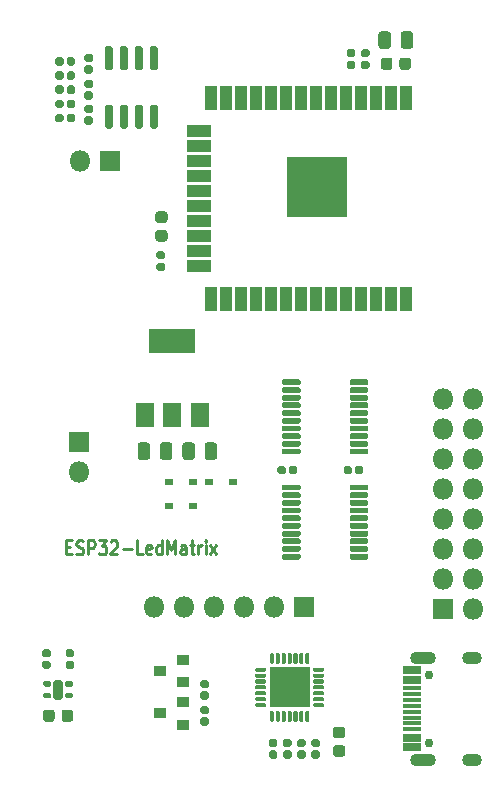
<source format=gbr>
%TF.GenerationSoftware,KiCad,Pcbnew,(5.1.6)-1*%
%TF.CreationDate,2020-11-13T23:46:34+08:00*%
%TF.ProjectId,matrix-clock,6d617472-6978-42d6-936c-6f636b2e6b69,rev?*%
%TF.SameCoordinates,Original*%
%TF.FileFunction,Soldermask,Top*%
%TF.FilePolarity,Negative*%
%FSLAX46Y46*%
G04 Gerber Fmt 4.6, Leading zero omitted, Abs format (unit mm)*
G04 Created by KiCad (PCBNEW (5.1.6)-1) date 2020-11-13 23:46:34*
%MOMM*%
%LPD*%
G01*
G04 APERTURE LIST*
%ADD10C,0.250000*%
%ADD11R,3.450000X3.450000*%
%ADD12R,1.600000X2.100000*%
%ADD13R,3.900000X2.100000*%
%ADD14R,1.000000X2.100000*%
%ADD15R,2.100000X1.000000*%
%ADD16R,5.100000X5.100000*%
%ADD17R,1.000000X0.900000*%
%ADD18O,1.800000X1.800000*%
%ADD19R,1.800000X1.800000*%
%ADD20R,1.550000X0.700000*%
%ADD21R,1.550000X0.400000*%
%ADD22O,2.200000X1.100000*%
%ADD23C,0.750000*%
%ADD24O,1.700000X1.100000*%
%ADD25R,0.700000X0.550000*%
G04 APERTURE END LIST*
D10*
X134490476Y-110314285D02*
X134823809Y-110314285D01*
X134966666Y-110942857D02*
X134490476Y-110942857D01*
X134490476Y-109742857D01*
X134966666Y-109742857D01*
X135347619Y-110885714D02*
X135490476Y-110942857D01*
X135728571Y-110942857D01*
X135823809Y-110885714D01*
X135871428Y-110828571D01*
X135919047Y-110714285D01*
X135919047Y-110600000D01*
X135871428Y-110485714D01*
X135823809Y-110428571D01*
X135728571Y-110371428D01*
X135538095Y-110314285D01*
X135442857Y-110257142D01*
X135395238Y-110200000D01*
X135347619Y-110085714D01*
X135347619Y-109971428D01*
X135395238Y-109857142D01*
X135442857Y-109800000D01*
X135538095Y-109742857D01*
X135776190Y-109742857D01*
X135919047Y-109800000D01*
X136347619Y-110942857D02*
X136347619Y-109742857D01*
X136728571Y-109742857D01*
X136823809Y-109800000D01*
X136871428Y-109857142D01*
X136919047Y-109971428D01*
X136919047Y-110142857D01*
X136871428Y-110257142D01*
X136823809Y-110314285D01*
X136728571Y-110371428D01*
X136347619Y-110371428D01*
X137252380Y-109742857D02*
X137871428Y-109742857D01*
X137538095Y-110200000D01*
X137680952Y-110200000D01*
X137776190Y-110257142D01*
X137823809Y-110314285D01*
X137871428Y-110428571D01*
X137871428Y-110714285D01*
X137823809Y-110828571D01*
X137776190Y-110885714D01*
X137680952Y-110942857D01*
X137395238Y-110942857D01*
X137300000Y-110885714D01*
X137252380Y-110828571D01*
X138252380Y-109857142D02*
X138300000Y-109800000D01*
X138395238Y-109742857D01*
X138633333Y-109742857D01*
X138728571Y-109800000D01*
X138776190Y-109857142D01*
X138823809Y-109971428D01*
X138823809Y-110085714D01*
X138776190Y-110257142D01*
X138204761Y-110942857D01*
X138823809Y-110942857D01*
X139252380Y-110485714D02*
X140014285Y-110485714D01*
X140966666Y-110942857D02*
X140490476Y-110942857D01*
X140490476Y-109742857D01*
X141680952Y-110885714D02*
X141585714Y-110942857D01*
X141395238Y-110942857D01*
X141300000Y-110885714D01*
X141252380Y-110771428D01*
X141252380Y-110314285D01*
X141300000Y-110200000D01*
X141395238Y-110142857D01*
X141585714Y-110142857D01*
X141680952Y-110200000D01*
X141728571Y-110314285D01*
X141728571Y-110428571D01*
X141252380Y-110542857D01*
X142585714Y-110942857D02*
X142585714Y-109742857D01*
X142585714Y-110885714D02*
X142490476Y-110942857D01*
X142300000Y-110942857D01*
X142204761Y-110885714D01*
X142157142Y-110828571D01*
X142109523Y-110714285D01*
X142109523Y-110371428D01*
X142157142Y-110257142D01*
X142204761Y-110200000D01*
X142300000Y-110142857D01*
X142490476Y-110142857D01*
X142585714Y-110200000D01*
X143061904Y-110942857D02*
X143061904Y-109742857D01*
X143395238Y-110600000D01*
X143728571Y-109742857D01*
X143728571Y-110942857D01*
X144633333Y-110942857D02*
X144633333Y-110314285D01*
X144585714Y-110200000D01*
X144490476Y-110142857D01*
X144300000Y-110142857D01*
X144204761Y-110200000D01*
X144633333Y-110885714D02*
X144538095Y-110942857D01*
X144300000Y-110942857D01*
X144204761Y-110885714D01*
X144157142Y-110771428D01*
X144157142Y-110657142D01*
X144204761Y-110542857D01*
X144300000Y-110485714D01*
X144538095Y-110485714D01*
X144633333Y-110428571D01*
X144966666Y-110142857D02*
X145347619Y-110142857D01*
X145109523Y-109742857D02*
X145109523Y-110771428D01*
X145157142Y-110885714D01*
X145252380Y-110942857D01*
X145347619Y-110942857D01*
X145680952Y-110942857D02*
X145680952Y-110142857D01*
X145680952Y-110371428D02*
X145728571Y-110257142D01*
X145776190Y-110200000D01*
X145871428Y-110142857D01*
X145966666Y-110142857D01*
X146300000Y-110942857D02*
X146300000Y-110142857D01*
X146300000Y-109742857D02*
X146252380Y-109800000D01*
X146300000Y-109857142D01*
X146347619Y-109800000D01*
X146300000Y-109742857D01*
X146300000Y-109857142D01*
X146680952Y-110942857D02*
X147204761Y-110142857D01*
X146680952Y-110142857D02*
X147204761Y-110942857D01*
%TO.C,U3*%
G36*
G01*
X158475000Y-96500000D02*
X158475000Y-96250000D01*
G75*
G02*
X158600000Y-96125000I125000J0D01*
G01*
X159925000Y-96125000D01*
G75*
G02*
X160050000Y-96250000I0J-125000D01*
G01*
X160050000Y-96500000D01*
G75*
G02*
X159925000Y-96625000I-125000J0D01*
G01*
X158600000Y-96625000D01*
G75*
G02*
X158475000Y-96500000I0J125000D01*
G01*
G37*
G36*
G01*
X158475000Y-97150000D02*
X158475000Y-96900000D01*
G75*
G02*
X158600000Y-96775000I125000J0D01*
G01*
X159925000Y-96775000D01*
G75*
G02*
X160050000Y-96900000I0J-125000D01*
G01*
X160050000Y-97150000D01*
G75*
G02*
X159925000Y-97275000I-125000J0D01*
G01*
X158600000Y-97275000D01*
G75*
G02*
X158475000Y-97150000I0J125000D01*
G01*
G37*
G36*
G01*
X158475000Y-97800000D02*
X158475000Y-97550000D01*
G75*
G02*
X158600000Y-97425000I125000J0D01*
G01*
X159925000Y-97425000D01*
G75*
G02*
X160050000Y-97550000I0J-125000D01*
G01*
X160050000Y-97800000D01*
G75*
G02*
X159925000Y-97925000I-125000J0D01*
G01*
X158600000Y-97925000D01*
G75*
G02*
X158475000Y-97800000I0J125000D01*
G01*
G37*
G36*
G01*
X158475000Y-98450000D02*
X158475000Y-98200000D01*
G75*
G02*
X158600000Y-98075000I125000J0D01*
G01*
X159925000Y-98075000D01*
G75*
G02*
X160050000Y-98200000I0J-125000D01*
G01*
X160050000Y-98450000D01*
G75*
G02*
X159925000Y-98575000I-125000J0D01*
G01*
X158600000Y-98575000D01*
G75*
G02*
X158475000Y-98450000I0J125000D01*
G01*
G37*
G36*
G01*
X158475000Y-99100000D02*
X158475000Y-98850000D01*
G75*
G02*
X158600000Y-98725000I125000J0D01*
G01*
X159925000Y-98725000D01*
G75*
G02*
X160050000Y-98850000I0J-125000D01*
G01*
X160050000Y-99100000D01*
G75*
G02*
X159925000Y-99225000I-125000J0D01*
G01*
X158600000Y-99225000D01*
G75*
G02*
X158475000Y-99100000I0J125000D01*
G01*
G37*
G36*
G01*
X158475000Y-99750000D02*
X158475000Y-99500000D01*
G75*
G02*
X158600000Y-99375000I125000J0D01*
G01*
X159925000Y-99375000D01*
G75*
G02*
X160050000Y-99500000I0J-125000D01*
G01*
X160050000Y-99750000D01*
G75*
G02*
X159925000Y-99875000I-125000J0D01*
G01*
X158600000Y-99875000D01*
G75*
G02*
X158475000Y-99750000I0J125000D01*
G01*
G37*
G36*
G01*
X158475000Y-100400000D02*
X158475000Y-100150000D01*
G75*
G02*
X158600000Y-100025000I125000J0D01*
G01*
X159925000Y-100025000D01*
G75*
G02*
X160050000Y-100150000I0J-125000D01*
G01*
X160050000Y-100400000D01*
G75*
G02*
X159925000Y-100525000I-125000J0D01*
G01*
X158600000Y-100525000D01*
G75*
G02*
X158475000Y-100400000I0J125000D01*
G01*
G37*
G36*
G01*
X158475000Y-101050000D02*
X158475000Y-100800000D01*
G75*
G02*
X158600000Y-100675000I125000J0D01*
G01*
X159925000Y-100675000D01*
G75*
G02*
X160050000Y-100800000I0J-125000D01*
G01*
X160050000Y-101050000D01*
G75*
G02*
X159925000Y-101175000I-125000J0D01*
G01*
X158600000Y-101175000D01*
G75*
G02*
X158475000Y-101050000I0J125000D01*
G01*
G37*
G36*
G01*
X158475000Y-101700000D02*
X158475000Y-101450000D01*
G75*
G02*
X158600000Y-101325000I125000J0D01*
G01*
X159925000Y-101325000D01*
G75*
G02*
X160050000Y-101450000I0J-125000D01*
G01*
X160050000Y-101700000D01*
G75*
G02*
X159925000Y-101825000I-125000J0D01*
G01*
X158600000Y-101825000D01*
G75*
G02*
X158475000Y-101700000I0J125000D01*
G01*
G37*
G36*
G01*
X158475000Y-102350000D02*
X158475000Y-102100000D01*
G75*
G02*
X158600000Y-101975000I125000J0D01*
G01*
X159925000Y-101975000D01*
G75*
G02*
X160050000Y-102100000I0J-125000D01*
G01*
X160050000Y-102350000D01*
G75*
G02*
X159925000Y-102475000I-125000J0D01*
G01*
X158600000Y-102475000D01*
G75*
G02*
X158475000Y-102350000I0J125000D01*
G01*
G37*
G36*
G01*
X152750000Y-102350000D02*
X152750000Y-102100000D01*
G75*
G02*
X152875000Y-101975000I125000J0D01*
G01*
X154200000Y-101975000D01*
G75*
G02*
X154325000Y-102100000I0J-125000D01*
G01*
X154325000Y-102350000D01*
G75*
G02*
X154200000Y-102475000I-125000J0D01*
G01*
X152875000Y-102475000D01*
G75*
G02*
X152750000Y-102350000I0J125000D01*
G01*
G37*
G36*
G01*
X152750000Y-101700000D02*
X152750000Y-101450000D01*
G75*
G02*
X152875000Y-101325000I125000J0D01*
G01*
X154200000Y-101325000D01*
G75*
G02*
X154325000Y-101450000I0J-125000D01*
G01*
X154325000Y-101700000D01*
G75*
G02*
X154200000Y-101825000I-125000J0D01*
G01*
X152875000Y-101825000D01*
G75*
G02*
X152750000Y-101700000I0J125000D01*
G01*
G37*
G36*
G01*
X152750000Y-101050000D02*
X152750000Y-100800000D01*
G75*
G02*
X152875000Y-100675000I125000J0D01*
G01*
X154200000Y-100675000D01*
G75*
G02*
X154325000Y-100800000I0J-125000D01*
G01*
X154325000Y-101050000D01*
G75*
G02*
X154200000Y-101175000I-125000J0D01*
G01*
X152875000Y-101175000D01*
G75*
G02*
X152750000Y-101050000I0J125000D01*
G01*
G37*
G36*
G01*
X152750000Y-100400000D02*
X152750000Y-100150000D01*
G75*
G02*
X152875000Y-100025000I125000J0D01*
G01*
X154200000Y-100025000D01*
G75*
G02*
X154325000Y-100150000I0J-125000D01*
G01*
X154325000Y-100400000D01*
G75*
G02*
X154200000Y-100525000I-125000J0D01*
G01*
X152875000Y-100525000D01*
G75*
G02*
X152750000Y-100400000I0J125000D01*
G01*
G37*
G36*
G01*
X152750000Y-99750000D02*
X152750000Y-99500000D01*
G75*
G02*
X152875000Y-99375000I125000J0D01*
G01*
X154200000Y-99375000D01*
G75*
G02*
X154325000Y-99500000I0J-125000D01*
G01*
X154325000Y-99750000D01*
G75*
G02*
X154200000Y-99875000I-125000J0D01*
G01*
X152875000Y-99875000D01*
G75*
G02*
X152750000Y-99750000I0J125000D01*
G01*
G37*
G36*
G01*
X152750000Y-99100000D02*
X152750000Y-98850000D01*
G75*
G02*
X152875000Y-98725000I125000J0D01*
G01*
X154200000Y-98725000D01*
G75*
G02*
X154325000Y-98850000I0J-125000D01*
G01*
X154325000Y-99100000D01*
G75*
G02*
X154200000Y-99225000I-125000J0D01*
G01*
X152875000Y-99225000D01*
G75*
G02*
X152750000Y-99100000I0J125000D01*
G01*
G37*
G36*
G01*
X152750000Y-98450000D02*
X152750000Y-98200000D01*
G75*
G02*
X152875000Y-98075000I125000J0D01*
G01*
X154200000Y-98075000D01*
G75*
G02*
X154325000Y-98200000I0J-125000D01*
G01*
X154325000Y-98450000D01*
G75*
G02*
X154200000Y-98575000I-125000J0D01*
G01*
X152875000Y-98575000D01*
G75*
G02*
X152750000Y-98450000I0J125000D01*
G01*
G37*
G36*
G01*
X152750000Y-97800000D02*
X152750000Y-97550000D01*
G75*
G02*
X152875000Y-97425000I125000J0D01*
G01*
X154200000Y-97425000D01*
G75*
G02*
X154325000Y-97550000I0J-125000D01*
G01*
X154325000Y-97800000D01*
G75*
G02*
X154200000Y-97925000I-125000J0D01*
G01*
X152875000Y-97925000D01*
G75*
G02*
X152750000Y-97800000I0J125000D01*
G01*
G37*
G36*
G01*
X152750000Y-97150000D02*
X152750000Y-96900000D01*
G75*
G02*
X152875000Y-96775000I125000J0D01*
G01*
X154200000Y-96775000D01*
G75*
G02*
X154325000Y-96900000I0J-125000D01*
G01*
X154325000Y-97150000D01*
G75*
G02*
X154200000Y-97275000I-125000J0D01*
G01*
X152875000Y-97275000D01*
G75*
G02*
X152750000Y-97150000I0J125000D01*
G01*
G37*
G36*
G01*
X152750000Y-96500000D02*
X152750000Y-96250000D01*
G75*
G02*
X152875000Y-96125000I125000J0D01*
G01*
X154200000Y-96125000D01*
G75*
G02*
X154325000Y-96250000I0J-125000D01*
G01*
X154325000Y-96500000D01*
G75*
G02*
X154200000Y-96625000I-125000J0D01*
G01*
X152875000Y-96625000D01*
G75*
G02*
X152750000Y-96500000I0J125000D01*
G01*
G37*
%TD*%
%TO.C,U7*%
G36*
G01*
X141730000Y-72850000D02*
X142080000Y-72850000D01*
G75*
G02*
X142255000Y-73025000I0J-175000D01*
G01*
X142255000Y-74725000D01*
G75*
G02*
X142080000Y-74900000I-175000J0D01*
G01*
X141730000Y-74900000D01*
G75*
G02*
X141555000Y-74725000I0J175000D01*
G01*
X141555000Y-73025000D01*
G75*
G02*
X141730000Y-72850000I175000J0D01*
G01*
G37*
G36*
G01*
X140460000Y-72850000D02*
X140810000Y-72850000D01*
G75*
G02*
X140985000Y-73025000I0J-175000D01*
G01*
X140985000Y-74725000D01*
G75*
G02*
X140810000Y-74900000I-175000J0D01*
G01*
X140460000Y-74900000D01*
G75*
G02*
X140285000Y-74725000I0J175000D01*
G01*
X140285000Y-73025000D01*
G75*
G02*
X140460000Y-72850000I175000J0D01*
G01*
G37*
G36*
G01*
X139190000Y-72850000D02*
X139540000Y-72850000D01*
G75*
G02*
X139715000Y-73025000I0J-175000D01*
G01*
X139715000Y-74725000D01*
G75*
G02*
X139540000Y-74900000I-175000J0D01*
G01*
X139190000Y-74900000D01*
G75*
G02*
X139015000Y-74725000I0J175000D01*
G01*
X139015000Y-73025000D01*
G75*
G02*
X139190000Y-72850000I175000J0D01*
G01*
G37*
G36*
G01*
X137920000Y-72850000D02*
X138270000Y-72850000D01*
G75*
G02*
X138445000Y-73025000I0J-175000D01*
G01*
X138445000Y-74725000D01*
G75*
G02*
X138270000Y-74900000I-175000J0D01*
G01*
X137920000Y-74900000D01*
G75*
G02*
X137745000Y-74725000I0J175000D01*
G01*
X137745000Y-73025000D01*
G75*
G02*
X137920000Y-72850000I175000J0D01*
G01*
G37*
G36*
G01*
X137920000Y-67900000D02*
X138270000Y-67900000D01*
G75*
G02*
X138445000Y-68075000I0J-175000D01*
G01*
X138445000Y-69775000D01*
G75*
G02*
X138270000Y-69950000I-175000J0D01*
G01*
X137920000Y-69950000D01*
G75*
G02*
X137745000Y-69775000I0J175000D01*
G01*
X137745000Y-68075000D01*
G75*
G02*
X137920000Y-67900000I175000J0D01*
G01*
G37*
G36*
G01*
X139190000Y-67900000D02*
X139540000Y-67900000D01*
G75*
G02*
X139715000Y-68075000I0J-175000D01*
G01*
X139715000Y-69775000D01*
G75*
G02*
X139540000Y-69950000I-175000J0D01*
G01*
X139190000Y-69950000D01*
G75*
G02*
X139015000Y-69775000I0J175000D01*
G01*
X139015000Y-68075000D01*
G75*
G02*
X139190000Y-67900000I175000J0D01*
G01*
G37*
G36*
G01*
X140460000Y-67900000D02*
X140810000Y-67900000D01*
G75*
G02*
X140985000Y-68075000I0J-175000D01*
G01*
X140985000Y-69775000D01*
G75*
G02*
X140810000Y-69950000I-175000J0D01*
G01*
X140460000Y-69950000D01*
G75*
G02*
X140285000Y-69775000I0J175000D01*
G01*
X140285000Y-68075000D01*
G75*
G02*
X140460000Y-67900000I175000J0D01*
G01*
G37*
G36*
G01*
X141730000Y-67900000D02*
X142080000Y-67900000D01*
G75*
G02*
X142255000Y-68075000I0J-175000D01*
G01*
X142255000Y-69775000D01*
G75*
G02*
X142080000Y-69950000I-175000J0D01*
G01*
X141730000Y-69950000D01*
G75*
G02*
X141555000Y-69775000I0J175000D01*
G01*
X141555000Y-68075000D01*
G75*
G02*
X141730000Y-67900000I175000J0D01*
G01*
G37*
%TD*%
D11*
%TO.C,U6*%
X153400000Y-122200000D03*
G36*
G01*
X151312500Y-123875000D02*
X150587500Y-123875000D01*
G75*
G02*
X150500000Y-123787500I0J87500D01*
G01*
X150500000Y-123612500D01*
G75*
G02*
X150587500Y-123525000I87500J0D01*
G01*
X151312500Y-123525000D01*
G75*
G02*
X151400000Y-123612500I0J-87500D01*
G01*
X151400000Y-123787500D01*
G75*
G02*
X151312500Y-123875000I-87500J0D01*
G01*
G37*
G36*
G01*
X151312500Y-123375000D02*
X150587500Y-123375000D01*
G75*
G02*
X150500000Y-123287500I0J87500D01*
G01*
X150500000Y-123112500D01*
G75*
G02*
X150587500Y-123025000I87500J0D01*
G01*
X151312500Y-123025000D01*
G75*
G02*
X151400000Y-123112500I0J-87500D01*
G01*
X151400000Y-123287500D01*
G75*
G02*
X151312500Y-123375000I-87500J0D01*
G01*
G37*
G36*
G01*
X151312500Y-122875000D02*
X150587500Y-122875000D01*
G75*
G02*
X150500000Y-122787500I0J87500D01*
G01*
X150500000Y-122612500D01*
G75*
G02*
X150587500Y-122525000I87500J0D01*
G01*
X151312500Y-122525000D01*
G75*
G02*
X151400000Y-122612500I0J-87500D01*
G01*
X151400000Y-122787500D01*
G75*
G02*
X151312500Y-122875000I-87500J0D01*
G01*
G37*
G36*
G01*
X151312500Y-122375000D02*
X150587500Y-122375000D01*
G75*
G02*
X150500000Y-122287500I0J87500D01*
G01*
X150500000Y-122112500D01*
G75*
G02*
X150587500Y-122025000I87500J0D01*
G01*
X151312500Y-122025000D01*
G75*
G02*
X151400000Y-122112500I0J-87500D01*
G01*
X151400000Y-122287500D01*
G75*
G02*
X151312500Y-122375000I-87500J0D01*
G01*
G37*
G36*
G01*
X151312500Y-121875000D02*
X150587500Y-121875000D01*
G75*
G02*
X150500000Y-121787500I0J87500D01*
G01*
X150500000Y-121612500D01*
G75*
G02*
X150587500Y-121525000I87500J0D01*
G01*
X151312500Y-121525000D01*
G75*
G02*
X151400000Y-121612500I0J-87500D01*
G01*
X151400000Y-121787500D01*
G75*
G02*
X151312500Y-121875000I-87500J0D01*
G01*
G37*
G36*
G01*
X151312500Y-121375000D02*
X150587500Y-121375000D01*
G75*
G02*
X150500000Y-121287500I0J87500D01*
G01*
X150500000Y-121112500D01*
G75*
G02*
X150587500Y-121025000I87500J0D01*
G01*
X151312500Y-121025000D01*
G75*
G02*
X151400000Y-121112500I0J-87500D01*
G01*
X151400000Y-121287500D01*
G75*
G02*
X151312500Y-121375000I-87500J0D01*
G01*
G37*
G36*
G01*
X151312500Y-120875000D02*
X150587500Y-120875000D01*
G75*
G02*
X150500000Y-120787500I0J87500D01*
G01*
X150500000Y-120612500D01*
G75*
G02*
X150587500Y-120525000I87500J0D01*
G01*
X151312500Y-120525000D01*
G75*
G02*
X151400000Y-120612500I0J-87500D01*
G01*
X151400000Y-120787500D01*
G75*
G02*
X151312500Y-120875000I-87500J0D01*
G01*
G37*
G36*
G01*
X151987500Y-120200000D02*
X151812500Y-120200000D01*
G75*
G02*
X151725000Y-120112500I0J87500D01*
G01*
X151725000Y-119387500D01*
G75*
G02*
X151812500Y-119300000I87500J0D01*
G01*
X151987500Y-119300000D01*
G75*
G02*
X152075000Y-119387500I0J-87500D01*
G01*
X152075000Y-120112500D01*
G75*
G02*
X151987500Y-120200000I-87500J0D01*
G01*
G37*
G36*
G01*
X152487500Y-120200000D02*
X152312500Y-120200000D01*
G75*
G02*
X152225000Y-120112500I0J87500D01*
G01*
X152225000Y-119387500D01*
G75*
G02*
X152312500Y-119300000I87500J0D01*
G01*
X152487500Y-119300000D01*
G75*
G02*
X152575000Y-119387500I0J-87500D01*
G01*
X152575000Y-120112500D01*
G75*
G02*
X152487500Y-120200000I-87500J0D01*
G01*
G37*
G36*
G01*
X152987500Y-120200000D02*
X152812500Y-120200000D01*
G75*
G02*
X152725000Y-120112500I0J87500D01*
G01*
X152725000Y-119387500D01*
G75*
G02*
X152812500Y-119300000I87500J0D01*
G01*
X152987500Y-119300000D01*
G75*
G02*
X153075000Y-119387500I0J-87500D01*
G01*
X153075000Y-120112500D01*
G75*
G02*
X152987500Y-120200000I-87500J0D01*
G01*
G37*
G36*
G01*
X153487500Y-120200000D02*
X153312500Y-120200000D01*
G75*
G02*
X153225000Y-120112500I0J87500D01*
G01*
X153225000Y-119387500D01*
G75*
G02*
X153312500Y-119300000I87500J0D01*
G01*
X153487500Y-119300000D01*
G75*
G02*
X153575000Y-119387500I0J-87500D01*
G01*
X153575000Y-120112500D01*
G75*
G02*
X153487500Y-120200000I-87500J0D01*
G01*
G37*
G36*
G01*
X153987500Y-120200000D02*
X153812500Y-120200000D01*
G75*
G02*
X153725000Y-120112500I0J87500D01*
G01*
X153725000Y-119387500D01*
G75*
G02*
X153812500Y-119300000I87500J0D01*
G01*
X153987500Y-119300000D01*
G75*
G02*
X154075000Y-119387500I0J-87500D01*
G01*
X154075000Y-120112500D01*
G75*
G02*
X153987500Y-120200000I-87500J0D01*
G01*
G37*
G36*
G01*
X154487500Y-120200000D02*
X154312500Y-120200000D01*
G75*
G02*
X154225000Y-120112500I0J87500D01*
G01*
X154225000Y-119387500D01*
G75*
G02*
X154312500Y-119300000I87500J0D01*
G01*
X154487500Y-119300000D01*
G75*
G02*
X154575000Y-119387500I0J-87500D01*
G01*
X154575000Y-120112500D01*
G75*
G02*
X154487500Y-120200000I-87500J0D01*
G01*
G37*
G36*
G01*
X154987500Y-120200000D02*
X154812500Y-120200000D01*
G75*
G02*
X154725000Y-120112500I0J87500D01*
G01*
X154725000Y-119387500D01*
G75*
G02*
X154812500Y-119300000I87500J0D01*
G01*
X154987500Y-119300000D01*
G75*
G02*
X155075000Y-119387500I0J-87500D01*
G01*
X155075000Y-120112500D01*
G75*
G02*
X154987500Y-120200000I-87500J0D01*
G01*
G37*
G36*
G01*
X156212500Y-120875000D02*
X155487500Y-120875000D01*
G75*
G02*
X155400000Y-120787500I0J87500D01*
G01*
X155400000Y-120612500D01*
G75*
G02*
X155487500Y-120525000I87500J0D01*
G01*
X156212500Y-120525000D01*
G75*
G02*
X156300000Y-120612500I0J-87500D01*
G01*
X156300000Y-120787500D01*
G75*
G02*
X156212500Y-120875000I-87500J0D01*
G01*
G37*
G36*
G01*
X156212500Y-121375000D02*
X155487500Y-121375000D01*
G75*
G02*
X155400000Y-121287500I0J87500D01*
G01*
X155400000Y-121112500D01*
G75*
G02*
X155487500Y-121025000I87500J0D01*
G01*
X156212500Y-121025000D01*
G75*
G02*
X156300000Y-121112500I0J-87500D01*
G01*
X156300000Y-121287500D01*
G75*
G02*
X156212500Y-121375000I-87500J0D01*
G01*
G37*
G36*
G01*
X156212500Y-121875000D02*
X155487500Y-121875000D01*
G75*
G02*
X155400000Y-121787500I0J87500D01*
G01*
X155400000Y-121612500D01*
G75*
G02*
X155487500Y-121525000I87500J0D01*
G01*
X156212500Y-121525000D01*
G75*
G02*
X156300000Y-121612500I0J-87500D01*
G01*
X156300000Y-121787500D01*
G75*
G02*
X156212500Y-121875000I-87500J0D01*
G01*
G37*
G36*
G01*
X156212500Y-122375000D02*
X155487500Y-122375000D01*
G75*
G02*
X155400000Y-122287500I0J87500D01*
G01*
X155400000Y-122112500D01*
G75*
G02*
X155487500Y-122025000I87500J0D01*
G01*
X156212500Y-122025000D01*
G75*
G02*
X156300000Y-122112500I0J-87500D01*
G01*
X156300000Y-122287500D01*
G75*
G02*
X156212500Y-122375000I-87500J0D01*
G01*
G37*
G36*
G01*
X156212500Y-122875000D02*
X155487500Y-122875000D01*
G75*
G02*
X155400000Y-122787500I0J87500D01*
G01*
X155400000Y-122612500D01*
G75*
G02*
X155487500Y-122525000I87500J0D01*
G01*
X156212500Y-122525000D01*
G75*
G02*
X156300000Y-122612500I0J-87500D01*
G01*
X156300000Y-122787500D01*
G75*
G02*
X156212500Y-122875000I-87500J0D01*
G01*
G37*
G36*
G01*
X156212500Y-123375000D02*
X155487500Y-123375000D01*
G75*
G02*
X155400000Y-123287500I0J87500D01*
G01*
X155400000Y-123112500D01*
G75*
G02*
X155487500Y-123025000I87500J0D01*
G01*
X156212500Y-123025000D01*
G75*
G02*
X156300000Y-123112500I0J-87500D01*
G01*
X156300000Y-123287500D01*
G75*
G02*
X156212500Y-123375000I-87500J0D01*
G01*
G37*
G36*
G01*
X156212500Y-123875000D02*
X155487500Y-123875000D01*
G75*
G02*
X155400000Y-123787500I0J87500D01*
G01*
X155400000Y-123612500D01*
G75*
G02*
X155487500Y-123525000I87500J0D01*
G01*
X156212500Y-123525000D01*
G75*
G02*
X156300000Y-123612500I0J-87500D01*
G01*
X156300000Y-123787500D01*
G75*
G02*
X156212500Y-123875000I-87500J0D01*
G01*
G37*
G36*
G01*
X154987500Y-125100000D02*
X154812500Y-125100000D01*
G75*
G02*
X154725000Y-125012500I0J87500D01*
G01*
X154725000Y-124287500D01*
G75*
G02*
X154812500Y-124200000I87500J0D01*
G01*
X154987500Y-124200000D01*
G75*
G02*
X155075000Y-124287500I0J-87500D01*
G01*
X155075000Y-125012500D01*
G75*
G02*
X154987500Y-125100000I-87500J0D01*
G01*
G37*
G36*
G01*
X154487500Y-125100000D02*
X154312500Y-125100000D01*
G75*
G02*
X154225000Y-125012500I0J87500D01*
G01*
X154225000Y-124287500D01*
G75*
G02*
X154312500Y-124200000I87500J0D01*
G01*
X154487500Y-124200000D01*
G75*
G02*
X154575000Y-124287500I0J-87500D01*
G01*
X154575000Y-125012500D01*
G75*
G02*
X154487500Y-125100000I-87500J0D01*
G01*
G37*
G36*
G01*
X153987500Y-125100000D02*
X153812500Y-125100000D01*
G75*
G02*
X153725000Y-125012500I0J87500D01*
G01*
X153725000Y-124287500D01*
G75*
G02*
X153812500Y-124200000I87500J0D01*
G01*
X153987500Y-124200000D01*
G75*
G02*
X154075000Y-124287500I0J-87500D01*
G01*
X154075000Y-125012500D01*
G75*
G02*
X153987500Y-125100000I-87500J0D01*
G01*
G37*
G36*
G01*
X153487500Y-125100000D02*
X153312500Y-125100000D01*
G75*
G02*
X153225000Y-125012500I0J87500D01*
G01*
X153225000Y-124287500D01*
G75*
G02*
X153312500Y-124200000I87500J0D01*
G01*
X153487500Y-124200000D01*
G75*
G02*
X153575000Y-124287500I0J-87500D01*
G01*
X153575000Y-125012500D01*
G75*
G02*
X153487500Y-125100000I-87500J0D01*
G01*
G37*
G36*
G01*
X152987500Y-125100000D02*
X152812500Y-125100000D01*
G75*
G02*
X152725000Y-125012500I0J87500D01*
G01*
X152725000Y-124287500D01*
G75*
G02*
X152812500Y-124200000I87500J0D01*
G01*
X152987500Y-124200000D01*
G75*
G02*
X153075000Y-124287500I0J-87500D01*
G01*
X153075000Y-125012500D01*
G75*
G02*
X152987500Y-125100000I-87500J0D01*
G01*
G37*
G36*
G01*
X152487500Y-125100000D02*
X152312500Y-125100000D01*
G75*
G02*
X152225000Y-125012500I0J87500D01*
G01*
X152225000Y-124287500D01*
G75*
G02*
X152312500Y-124200000I87500J0D01*
G01*
X152487500Y-124200000D01*
G75*
G02*
X152575000Y-124287500I0J-87500D01*
G01*
X152575000Y-125012500D01*
G75*
G02*
X152487500Y-125100000I-87500J0D01*
G01*
G37*
G36*
G01*
X151987500Y-125100000D02*
X151812500Y-125100000D01*
G75*
G02*
X151725000Y-125012500I0J87500D01*
G01*
X151725000Y-124287500D01*
G75*
G02*
X151812500Y-124200000I87500J0D01*
G01*
X151987500Y-124200000D01*
G75*
G02*
X152075000Y-124287500I0J-87500D01*
G01*
X152075000Y-125012500D01*
G75*
G02*
X151987500Y-125100000I-87500J0D01*
G01*
G37*
%TD*%
D12*
%TO.C,U5*%
X141180000Y-99160000D03*
X145780000Y-99160000D03*
X143480000Y-99160000D03*
D13*
X143480000Y-92860000D03*
%TD*%
%TO.C,U4*%
G36*
G01*
X158475000Y-105400000D02*
X158475000Y-105150000D01*
G75*
G02*
X158600000Y-105025000I125000J0D01*
G01*
X159925000Y-105025000D01*
G75*
G02*
X160050000Y-105150000I0J-125000D01*
G01*
X160050000Y-105400000D01*
G75*
G02*
X159925000Y-105525000I-125000J0D01*
G01*
X158600000Y-105525000D01*
G75*
G02*
X158475000Y-105400000I0J125000D01*
G01*
G37*
G36*
G01*
X158475000Y-106050000D02*
X158475000Y-105800000D01*
G75*
G02*
X158600000Y-105675000I125000J0D01*
G01*
X159925000Y-105675000D01*
G75*
G02*
X160050000Y-105800000I0J-125000D01*
G01*
X160050000Y-106050000D01*
G75*
G02*
X159925000Y-106175000I-125000J0D01*
G01*
X158600000Y-106175000D01*
G75*
G02*
X158475000Y-106050000I0J125000D01*
G01*
G37*
G36*
G01*
X158475000Y-106700000D02*
X158475000Y-106450000D01*
G75*
G02*
X158600000Y-106325000I125000J0D01*
G01*
X159925000Y-106325000D01*
G75*
G02*
X160050000Y-106450000I0J-125000D01*
G01*
X160050000Y-106700000D01*
G75*
G02*
X159925000Y-106825000I-125000J0D01*
G01*
X158600000Y-106825000D01*
G75*
G02*
X158475000Y-106700000I0J125000D01*
G01*
G37*
G36*
G01*
X158475000Y-107350000D02*
X158475000Y-107100000D01*
G75*
G02*
X158600000Y-106975000I125000J0D01*
G01*
X159925000Y-106975000D01*
G75*
G02*
X160050000Y-107100000I0J-125000D01*
G01*
X160050000Y-107350000D01*
G75*
G02*
X159925000Y-107475000I-125000J0D01*
G01*
X158600000Y-107475000D01*
G75*
G02*
X158475000Y-107350000I0J125000D01*
G01*
G37*
G36*
G01*
X158475000Y-108000000D02*
X158475000Y-107750000D01*
G75*
G02*
X158600000Y-107625000I125000J0D01*
G01*
X159925000Y-107625000D01*
G75*
G02*
X160050000Y-107750000I0J-125000D01*
G01*
X160050000Y-108000000D01*
G75*
G02*
X159925000Y-108125000I-125000J0D01*
G01*
X158600000Y-108125000D01*
G75*
G02*
X158475000Y-108000000I0J125000D01*
G01*
G37*
G36*
G01*
X158475000Y-108650000D02*
X158475000Y-108400000D01*
G75*
G02*
X158600000Y-108275000I125000J0D01*
G01*
X159925000Y-108275000D01*
G75*
G02*
X160050000Y-108400000I0J-125000D01*
G01*
X160050000Y-108650000D01*
G75*
G02*
X159925000Y-108775000I-125000J0D01*
G01*
X158600000Y-108775000D01*
G75*
G02*
X158475000Y-108650000I0J125000D01*
G01*
G37*
G36*
G01*
X158475000Y-109300000D02*
X158475000Y-109050000D01*
G75*
G02*
X158600000Y-108925000I125000J0D01*
G01*
X159925000Y-108925000D01*
G75*
G02*
X160050000Y-109050000I0J-125000D01*
G01*
X160050000Y-109300000D01*
G75*
G02*
X159925000Y-109425000I-125000J0D01*
G01*
X158600000Y-109425000D01*
G75*
G02*
X158475000Y-109300000I0J125000D01*
G01*
G37*
G36*
G01*
X158475000Y-109950000D02*
X158475000Y-109700000D01*
G75*
G02*
X158600000Y-109575000I125000J0D01*
G01*
X159925000Y-109575000D01*
G75*
G02*
X160050000Y-109700000I0J-125000D01*
G01*
X160050000Y-109950000D01*
G75*
G02*
X159925000Y-110075000I-125000J0D01*
G01*
X158600000Y-110075000D01*
G75*
G02*
X158475000Y-109950000I0J125000D01*
G01*
G37*
G36*
G01*
X158475000Y-110600000D02*
X158475000Y-110350000D01*
G75*
G02*
X158600000Y-110225000I125000J0D01*
G01*
X159925000Y-110225000D01*
G75*
G02*
X160050000Y-110350000I0J-125000D01*
G01*
X160050000Y-110600000D01*
G75*
G02*
X159925000Y-110725000I-125000J0D01*
G01*
X158600000Y-110725000D01*
G75*
G02*
X158475000Y-110600000I0J125000D01*
G01*
G37*
G36*
G01*
X158475000Y-111250000D02*
X158475000Y-111000000D01*
G75*
G02*
X158600000Y-110875000I125000J0D01*
G01*
X159925000Y-110875000D01*
G75*
G02*
X160050000Y-111000000I0J-125000D01*
G01*
X160050000Y-111250000D01*
G75*
G02*
X159925000Y-111375000I-125000J0D01*
G01*
X158600000Y-111375000D01*
G75*
G02*
X158475000Y-111250000I0J125000D01*
G01*
G37*
G36*
G01*
X152750000Y-111250000D02*
X152750000Y-111000000D01*
G75*
G02*
X152875000Y-110875000I125000J0D01*
G01*
X154200000Y-110875000D01*
G75*
G02*
X154325000Y-111000000I0J-125000D01*
G01*
X154325000Y-111250000D01*
G75*
G02*
X154200000Y-111375000I-125000J0D01*
G01*
X152875000Y-111375000D01*
G75*
G02*
X152750000Y-111250000I0J125000D01*
G01*
G37*
G36*
G01*
X152750000Y-110600000D02*
X152750000Y-110350000D01*
G75*
G02*
X152875000Y-110225000I125000J0D01*
G01*
X154200000Y-110225000D01*
G75*
G02*
X154325000Y-110350000I0J-125000D01*
G01*
X154325000Y-110600000D01*
G75*
G02*
X154200000Y-110725000I-125000J0D01*
G01*
X152875000Y-110725000D01*
G75*
G02*
X152750000Y-110600000I0J125000D01*
G01*
G37*
G36*
G01*
X152750000Y-109950000D02*
X152750000Y-109700000D01*
G75*
G02*
X152875000Y-109575000I125000J0D01*
G01*
X154200000Y-109575000D01*
G75*
G02*
X154325000Y-109700000I0J-125000D01*
G01*
X154325000Y-109950000D01*
G75*
G02*
X154200000Y-110075000I-125000J0D01*
G01*
X152875000Y-110075000D01*
G75*
G02*
X152750000Y-109950000I0J125000D01*
G01*
G37*
G36*
G01*
X152750000Y-109300000D02*
X152750000Y-109050000D01*
G75*
G02*
X152875000Y-108925000I125000J0D01*
G01*
X154200000Y-108925000D01*
G75*
G02*
X154325000Y-109050000I0J-125000D01*
G01*
X154325000Y-109300000D01*
G75*
G02*
X154200000Y-109425000I-125000J0D01*
G01*
X152875000Y-109425000D01*
G75*
G02*
X152750000Y-109300000I0J125000D01*
G01*
G37*
G36*
G01*
X152750000Y-108650000D02*
X152750000Y-108400000D01*
G75*
G02*
X152875000Y-108275000I125000J0D01*
G01*
X154200000Y-108275000D01*
G75*
G02*
X154325000Y-108400000I0J-125000D01*
G01*
X154325000Y-108650000D01*
G75*
G02*
X154200000Y-108775000I-125000J0D01*
G01*
X152875000Y-108775000D01*
G75*
G02*
X152750000Y-108650000I0J125000D01*
G01*
G37*
G36*
G01*
X152750000Y-108000000D02*
X152750000Y-107750000D01*
G75*
G02*
X152875000Y-107625000I125000J0D01*
G01*
X154200000Y-107625000D01*
G75*
G02*
X154325000Y-107750000I0J-125000D01*
G01*
X154325000Y-108000000D01*
G75*
G02*
X154200000Y-108125000I-125000J0D01*
G01*
X152875000Y-108125000D01*
G75*
G02*
X152750000Y-108000000I0J125000D01*
G01*
G37*
G36*
G01*
X152750000Y-107350000D02*
X152750000Y-107100000D01*
G75*
G02*
X152875000Y-106975000I125000J0D01*
G01*
X154200000Y-106975000D01*
G75*
G02*
X154325000Y-107100000I0J-125000D01*
G01*
X154325000Y-107350000D01*
G75*
G02*
X154200000Y-107475000I-125000J0D01*
G01*
X152875000Y-107475000D01*
G75*
G02*
X152750000Y-107350000I0J125000D01*
G01*
G37*
G36*
G01*
X152750000Y-106700000D02*
X152750000Y-106450000D01*
G75*
G02*
X152875000Y-106325000I125000J0D01*
G01*
X154200000Y-106325000D01*
G75*
G02*
X154325000Y-106450000I0J-125000D01*
G01*
X154325000Y-106700000D01*
G75*
G02*
X154200000Y-106825000I-125000J0D01*
G01*
X152875000Y-106825000D01*
G75*
G02*
X152750000Y-106700000I0J125000D01*
G01*
G37*
G36*
G01*
X152750000Y-106050000D02*
X152750000Y-105800000D01*
G75*
G02*
X152875000Y-105675000I125000J0D01*
G01*
X154200000Y-105675000D01*
G75*
G02*
X154325000Y-105800000I0J-125000D01*
G01*
X154325000Y-106050000D01*
G75*
G02*
X154200000Y-106175000I-125000J0D01*
G01*
X152875000Y-106175000D01*
G75*
G02*
X152750000Y-106050000I0J125000D01*
G01*
G37*
G36*
G01*
X152750000Y-105400000D02*
X152750000Y-105150000D01*
G75*
G02*
X152875000Y-105025000I125000J0D01*
G01*
X154200000Y-105025000D01*
G75*
G02*
X154325000Y-105150000I0J-125000D01*
G01*
X154325000Y-105400000D01*
G75*
G02*
X154200000Y-105525000I-125000J0D01*
G01*
X152875000Y-105525000D01*
G75*
G02*
X152750000Y-105400000I0J125000D01*
G01*
G37*
%TD*%
%TO.C,U2*%
G36*
G01*
X134200000Y-121750000D02*
X134200000Y-123050000D01*
G75*
G02*
X134000000Y-123250000I-200000J0D01*
G01*
X133600000Y-123250000D01*
G75*
G02*
X133400000Y-123050000I0J200000D01*
G01*
X133400000Y-121750000D01*
G75*
G02*
X133600000Y-121550000I200000J0D01*
G01*
X134000000Y-121550000D01*
G75*
G02*
X134200000Y-121750000I0J-200000D01*
G01*
G37*
G36*
G01*
X133200000Y-122787500D02*
X133200000Y-123012500D01*
G75*
G02*
X133087500Y-123125000I-112500J0D01*
G01*
X132662500Y-123125000D01*
G75*
G02*
X132550000Y-123012500I0J112500D01*
G01*
X132550000Y-122787500D01*
G75*
G02*
X132662500Y-122675000I112500J0D01*
G01*
X133087500Y-122675000D01*
G75*
G02*
X133200000Y-122787500I0J-112500D01*
G01*
G37*
G36*
G01*
X133200000Y-121787500D02*
X133200000Y-122012500D01*
G75*
G02*
X133087500Y-122125000I-112500J0D01*
G01*
X132662500Y-122125000D01*
G75*
G02*
X132550000Y-122012500I0J112500D01*
G01*
X132550000Y-121787500D01*
G75*
G02*
X132662500Y-121675000I112500J0D01*
G01*
X133087500Y-121675000D01*
G75*
G02*
X133200000Y-121787500I0J-112500D01*
G01*
G37*
G36*
G01*
X135050000Y-121787500D02*
X135050000Y-122012500D01*
G75*
G02*
X134937500Y-122125000I-112500J0D01*
G01*
X134512500Y-122125000D01*
G75*
G02*
X134400000Y-122012500I0J112500D01*
G01*
X134400000Y-121787500D01*
G75*
G02*
X134512500Y-121675000I112500J0D01*
G01*
X134937500Y-121675000D01*
G75*
G02*
X135050000Y-121787500I0J-112500D01*
G01*
G37*
G36*
G01*
X135050000Y-122787500D02*
X135050000Y-123012500D01*
G75*
G02*
X134937500Y-123125000I-112500J0D01*
G01*
X134512500Y-123125000D01*
G75*
G02*
X134400000Y-123012500I0J112500D01*
G01*
X134400000Y-122787500D01*
G75*
G02*
X134512500Y-122675000I112500J0D01*
G01*
X134937500Y-122675000D01*
G75*
G02*
X135050000Y-122787500I0J-112500D01*
G01*
G37*
%TD*%
D14*
%TO.C,U1*%
X163255000Y-89300000D03*
X161985000Y-89300000D03*
X160715000Y-89300000D03*
X159445000Y-89300000D03*
X158175000Y-89300000D03*
X156905000Y-89300000D03*
X155635000Y-89300000D03*
X154365000Y-89300000D03*
X153095000Y-89300000D03*
X151825000Y-89300000D03*
X150555000Y-89300000D03*
X149285000Y-89300000D03*
X148015000Y-89300000D03*
X146745000Y-89300000D03*
D15*
X145745000Y-86515000D03*
X145745000Y-85245000D03*
X145745000Y-83975000D03*
X145745000Y-82705000D03*
X145745000Y-81435000D03*
X145745000Y-80165000D03*
X145745000Y-78895000D03*
X145745000Y-77625000D03*
X145745000Y-76355000D03*
X145745000Y-75085000D03*
D14*
X146745000Y-72300000D03*
X148015000Y-72300000D03*
X149285000Y-72300000D03*
X150555000Y-72300000D03*
X151825000Y-72300000D03*
X153095000Y-72300000D03*
X154365000Y-72300000D03*
X155635000Y-72300000D03*
X156905000Y-72300000D03*
X158175000Y-72300000D03*
X159445000Y-72300000D03*
X160715000Y-72300000D03*
X161985000Y-72300000D03*
X163255000Y-72300000D03*
D16*
X155755000Y-79800000D03*
%TD*%
%TO.C,R13*%
G36*
G01*
X136597500Y-73575000D02*
X136202500Y-73575000D01*
G75*
G02*
X136030000Y-73402500I0J172500D01*
G01*
X136030000Y-73057500D01*
G75*
G02*
X136202500Y-72885000I172500J0D01*
G01*
X136597500Y-72885000D01*
G75*
G02*
X136770000Y-73057500I0J-172500D01*
G01*
X136770000Y-73402500D01*
G75*
G02*
X136597500Y-73575000I-172500J0D01*
G01*
G37*
G36*
G01*
X136597500Y-74545000D02*
X136202500Y-74545000D01*
G75*
G02*
X136030000Y-74372500I0J172500D01*
G01*
X136030000Y-74027500D01*
G75*
G02*
X136202500Y-73855000I172500J0D01*
G01*
X136597500Y-73855000D01*
G75*
G02*
X136770000Y-74027500I0J-172500D01*
G01*
X136770000Y-74372500D01*
G75*
G02*
X136597500Y-74545000I-172500J0D01*
G01*
G37*
%TD*%
%TO.C,R12*%
G36*
G01*
X136597500Y-71460000D02*
X136202500Y-71460000D01*
G75*
G02*
X136030000Y-71287500I0J172500D01*
G01*
X136030000Y-70942500D01*
G75*
G02*
X136202500Y-70770000I172500J0D01*
G01*
X136597500Y-70770000D01*
G75*
G02*
X136770000Y-70942500I0J-172500D01*
G01*
X136770000Y-71287500D01*
G75*
G02*
X136597500Y-71460000I-172500J0D01*
G01*
G37*
G36*
G01*
X136597500Y-72430000D02*
X136202500Y-72430000D01*
G75*
G02*
X136030000Y-72257500I0J172500D01*
G01*
X136030000Y-71912500D01*
G75*
G02*
X136202500Y-71740000I172500J0D01*
G01*
X136597500Y-71740000D01*
G75*
G02*
X136770000Y-71912500I0J-172500D01*
G01*
X136770000Y-72257500D01*
G75*
G02*
X136597500Y-72430000I-172500J0D01*
G01*
G37*
%TD*%
%TO.C,R11*%
G36*
G01*
X134260000Y-71402500D02*
X134260000Y-71797500D01*
G75*
G02*
X134087500Y-71970000I-172500J0D01*
G01*
X133742500Y-71970000D01*
G75*
G02*
X133570000Y-71797500I0J172500D01*
G01*
X133570000Y-71402500D01*
G75*
G02*
X133742500Y-71230000I172500J0D01*
G01*
X134087500Y-71230000D01*
G75*
G02*
X134260000Y-71402500I0J-172500D01*
G01*
G37*
G36*
G01*
X135230000Y-71402500D02*
X135230000Y-71797500D01*
G75*
G02*
X135057500Y-71970000I-172500J0D01*
G01*
X134712500Y-71970000D01*
G75*
G02*
X134540000Y-71797500I0J172500D01*
G01*
X134540000Y-71402500D01*
G75*
G02*
X134712500Y-71230000I172500J0D01*
G01*
X135057500Y-71230000D01*
G75*
G02*
X135230000Y-71402500I0J-172500D01*
G01*
G37*
%TD*%
%TO.C,R10*%
G36*
G01*
X134260000Y-69002500D02*
X134260000Y-69397500D01*
G75*
G02*
X134087500Y-69570000I-172500J0D01*
G01*
X133742500Y-69570000D01*
G75*
G02*
X133570000Y-69397500I0J172500D01*
G01*
X133570000Y-69002500D01*
G75*
G02*
X133742500Y-68830000I172500J0D01*
G01*
X134087500Y-68830000D01*
G75*
G02*
X134260000Y-69002500I0J-172500D01*
G01*
G37*
G36*
G01*
X135230000Y-69002500D02*
X135230000Y-69397500D01*
G75*
G02*
X135057500Y-69570000I-172500J0D01*
G01*
X134712500Y-69570000D01*
G75*
G02*
X134540000Y-69397500I0J172500D01*
G01*
X134540000Y-69002500D01*
G75*
G02*
X134712500Y-68830000I172500J0D01*
G01*
X135057500Y-68830000D01*
G75*
G02*
X135230000Y-69002500I0J-172500D01*
G01*
G37*
%TD*%
%TO.C,R9*%
G36*
G01*
X146397500Y-124460000D02*
X146002500Y-124460000D01*
G75*
G02*
X145830000Y-124287500I0J172500D01*
G01*
X145830000Y-123942500D01*
G75*
G02*
X146002500Y-123770000I172500J0D01*
G01*
X146397500Y-123770000D01*
G75*
G02*
X146570000Y-123942500I0J-172500D01*
G01*
X146570000Y-124287500D01*
G75*
G02*
X146397500Y-124460000I-172500J0D01*
G01*
G37*
G36*
G01*
X146397500Y-125430000D02*
X146002500Y-125430000D01*
G75*
G02*
X145830000Y-125257500I0J172500D01*
G01*
X145830000Y-124912500D01*
G75*
G02*
X146002500Y-124740000I172500J0D01*
G01*
X146397500Y-124740000D01*
G75*
G02*
X146570000Y-124912500I0J-172500D01*
G01*
X146570000Y-125257500D01*
G75*
G02*
X146397500Y-125430000I-172500J0D01*
G01*
G37*
%TD*%
%TO.C,R8*%
G36*
G01*
X146002500Y-122540000D02*
X146397500Y-122540000D01*
G75*
G02*
X146570000Y-122712500I0J-172500D01*
G01*
X146570000Y-123057500D01*
G75*
G02*
X146397500Y-123230000I-172500J0D01*
G01*
X146002500Y-123230000D01*
G75*
G02*
X145830000Y-123057500I0J172500D01*
G01*
X145830000Y-122712500D01*
G75*
G02*
X146002500Y-122540000I172500J0D01*
G01*
G37*
G36*
G01*
X146002500Y-121570000D02*
X146397500Y-121570000D01*
G75*
G02*
X146570000Y-121742500I0J-172500D01*
G01*
X146570000Y-122087500D01*
G75*
G02*
X146397500Y-122260000I-172500J0D01*
G01*
X146002500Y-122260000D01*
G75*
G02*
X145830000Y-122087500I0J172500D01*
G01*
X145830000Y-121742500D01*
G75*
G02*
X146002500Y-121570000I172500J0D01*
G01*
G37*
%TD*%
%TO.C,R7*%
G36*
G01*
X155797500Y-127260000D02*
X155402500Y-127260000D01*
G75*
G02*
X155230000Y-127087500I0J172500D01*
G01*
X155230000Y-126742500D01*
G75*
G02*
X155402500Y-126570000I172500J0D01*
G01*
X155797500Y-126570000D01*
G75*
G02*
X155970000Y-126742500I0J-172500D01*
G01*
X155970000Y-127087500D01*
G75*
G02*
X155797500Y-127260000I-172500J0D01*
G01*
G37*
G36*
G01*
X155797500Y-128230000D02*
X155402500Y-128230000D01*
G75*
G02*
X155230000Y-128057500I0J172500D01*
G01*
X155230000Y-127712500D01*
G75*
G02*
X155402500Y-127540000I172500J0D01*
G01*
X155797500Y-127540000D01*
G75*
G02*
X155970000Y-127712500I0J-172500D01*
G01*
X155970000Y-128057500D01*
G75*
G02*
X155797500Y-128230000I-172500J0D01*
G01*
G37*
%TD*%
%TO.C,R6*%
G36*
G01*
X152197500Y-127260000D02*
X151802500Y-127260000D01*
G75*
G02*
X151630000Y-127087500I0J172500D01*
G01*
X151630000Y-126742500D01*
G75*
G02*
X151802500Y-126570000I172500J0D01*
G01*
X152197500Y-126570000D01*
G75*
G02*
X152370000Y-126742500I0J-172500D01*
G01*
X152370000Y-127087500D01*
G75*
G02*
X152197500Y-127260000I-172500J0D01*
G01*
G37*
G36*
G01*
X152197500Y-128230000D02*
X151802500Y-128230000D01*
G75*
G02*
X151630000Y-128057500I0J172500D01*
G01*
X151630000Y-127712500D01*
G75*
G02*
X151802500Y-127540000I172500J0D01*
G01*
X152197500Y-127540000D01*
G75*
G02*
X152370000Y-127712500I0J-172500D01*
G01*
X152370000Y-128057500D01*
G75*
G02*
X152197500Y-128230000I-172500J0D01*
G01*
G37*
%TD*%
%TO.C,R5*%
G36*
G01*
X153397500Y-127260000D02*
X153002500Y-127260000D01*
G75*
G02*
X152830000Y-127087500I0J172500D01*
G01*
X152830000Y-126742500D01*
G75*
G02*
X153002500Y-126570000I172500J0D01*
G01*
X153397500Y-126570000D01*
G75*
G02*
X153570000Y-126742500I0J-172500D01*
G01*
X153570000Y-127087500D01*
G75*
G02*
X153397500Y-127260000I-172500J0D01*
G01*
G37*
G36*
G01*
X153397500Y-128230000D02*
X153002500Y-128230000D01*
G75*
G02*
X152830000Y-128057500I0J172500D01*
G01*
X152830000Y-127712500D01*
G75*
G02*
X153002500Y-127540000I172500J0D01*
G01*
X153397500Y-127540000D01*
G75*
G02*
X153570000Y-127712500I0J-172500D01*
G01*
X153570000Y-128057500D01*
G75*
G02*
X153397500Y-128230000I-172500J0D01*
G01*
G37*
%TD*%
%TO.C,R4*%
G36*
G01*
X132602500Y-119940000D02*
X132997500Y-119940000D01*
G75*
G02*
X133170000Y-120112500I0J-172500D01*
G01*
X133170000Y-120457500D01*
G75*
G02*
X132997500Y-120630000I-172500J0D01*
G01*
X132602500Y-120630000D01*
G75*
G02*
X132430000Y-120457500I0J172500D01*
G01*
X132430000Y-120112500D01*
G75*
G02*
X132602500Y-119940000I172500J0D01*
G01*
G37*
G36*
G01*
X132602500Y-118970000D02*
X132997500Y-118970000D01*
G75*
G02*
X133170000Y-119142500I0J-172500D01*
G01*
X133170000Y-119487500D01*
G75*
G02*
X132997500Y-119660000I-172500J0D01*
G01*
X132602500Y-119660000D01*
G75*
G02*
X132430000Y-119487500I0J172500D01*
G01*
X132430000Y-119142500D01*
G75*
G02*
X132602500Y-118970000I172500J0D01*
G01*
G37*
%TD*%
%TO.C,R3*%
G36*
G01*
X134602500Y-119940000D02*
X134997500Y-119940000D01*
G75*
G02*
X135170000Y-120112500I0J-172500D01*
G01*
X135170000Y-120457500D01*
G75*
G02*
X134997500Y-120630000I-172500J0D01*
G01*
X134602500Y-120630000D01*
G75*
G02*
X134430000Y-120457500I0J172500D01*
G01*
X134430000Y-120112500D01*
G75*
G02*
X134602500Y-119940000I172500J0D01*
G01*
G37*
G36*
G01*
X134602500Y-118970000D02*
X134997500Y-118970000D01*
G75*
G02*
X135170000Y-119142500I0J-172500D01*
G01*
X135170000Y-119487500D01*
G75*
G02*
X134997500Y-119660000I-172500J0D01*
G01*
X134602500Y-119660000D01*
G75*
G02*
X134430000Y-119487500I0J172500D01*
G01*
X134430000Y-119142500D01*
G75*
G02*
X134602500Y-118970000I172500J0D01*
G01*
G37*
%TD*%
%TO.C,R2*%
G36*
G01*
X142302500Y-86240000D02*
X142697500Y-86240000D01*
G75*
G02*
X142870000Y-86412500I0J-172500D01*
G01*
X142870000Y-86757500D01*
G75*
G02*
X142697500Y-86930000I-172500J0D01*
G01*
X142302500Y-86930000D01*
G75*
G02*
X142130000Y-86757500I0J172500D01*
G01*
X142130000Y-86412500D01*
G75*
G02*
X142302500Y-86240000I172500J0D01*
G01*
G37*
G36*
G01*
X142302500Y-85270000D02*
X142697500Y-85270000D01*
G75*
G02*
X142870000Y-85442500I0J-172500D01*
G01*
X142870000Y-85787500D01*
G75*
G02*
X142697500Y-85960000I-172500J0D01*
G01*
X142302500Y-85960000D01*
G75*
G02*
X142130000Y-85787500I0J172500D01*
G01*
X142130000Y-85442500D01*
G75*
G02*
X142302500Y-85270000I172500J0D01*
G01*
G37*
%TD*%
%TO.C,R1*%
G36*
G01*
X159602500Y-69140000D02*
X159997500Y-69140000D01*
G75*
G02*
X160170000Y-69312500I0J-172500D01*
G01*
X160170000Y-69657500D01*
G75*
G02*
X159997500Y-69830000I-172500J0D01*
G01*
X159602500Y-69830000D01*
G75*
G02*
X159430000Y-69657500I0J172500D01*
G01*
X159430000Y-69312500D01*
G75*
G02*
X159602500Y-69140000I172500J0D01*
G01*
G37*
G36*
G01*
X159602500Y-68170000D02*
X159997500Y-68170000D01*
G75*
G02*
X160170000Y-68342500I0J-172500D01*
G01*
X160170000Y-68687500D01*
G75*
G02*
X159997500Y-68860000I-172500J0D01*
G01*
X159602500Y-68860000D01*
G75*
G02*
X159430000Y-68687500I0J172500D01*
G01*
X159430000Y-68342500D01*
G75*
G02*
X159602500Y-68170000I172500J0D01*
G01*
G37*
%TD*%
D17*
%TO.C,Q2*%
X142400000Y-124400000D03*
X144400000Y-123450000D03*
X144400000Y-125350000D03*
%TD*%
%TO.C,Q1*%
X142400000Y-120800000D03*
X144400000Y-119850000D03*
X144400000Y-121750000D03*
%TD*%
D18*
%TO.C,J5*%
X135660000Y-77600000D03*
D19*
X138200000Y-77600000D03*
%TD*%
D20*
%TO.C,J4*%
X163755000Y-120750000D03*
X163755000Y-121550000D03*
X163755000Y-126450000D03*
X163755000Y-127250000D03*
X163755000Y-127250000D03*
X163755000Y-126450000D03*
X163755000Y-121550000D03*
X163755000Y-120750000D03*
D21*
X163755000Y-125750000D03*
X163755000Y-125250000D03*
X163755000Y-124750000D03*
X163755000Y-123750000D03*
X163755000Y-123250000D03*
X163755000Y-122750000D03*
X163755000Y-122250000D03*
X163755000Y-124250000D03*
D22*
X164670000Y-119680000D03*
X164670000Y-128320000D03*
D23*
X165200000Y-126890000D03*
D24*
X168850000Y-128320000D03*
D23*
X165200000Y-121110000D03*
D24*
X168850000Y-119680000D03*
%TD*%
D18*
%TO.C,J3*%
X135600000Y-103940000D03*
D19*
X135600000Y-101400000D03*
%TD*%
D18*
%TO.C,J2*%
X168940000Y-97820000D03*
X166400000Y-97820000D03*
X168940000Y-100360000D03*
X166400000Y-100360000D03*
X168940000Y-102900000D03*
X166400000Y-102900000D03*
X168940000Y-105440000D03*
X166400000Y-105440000D03*
X168940000Y-107980000D03*
X166400000Y-107980000D03*
X168940000Y-110520000D03*
X166400000Y-110520000D03*
X168940000Y-113060000D03*
X166400000Y-113060000D03*
X168940000Y-115600000D03*
D19*
X166400000Y-115600000D03*
%TD*%
D18*
%TO.C,J1*%
X141900000Y-115400000D03*
X144440000Y-115400000D03*
X146980000Y-115400000D03*
X149520000Y-115400000D03*
X152060000Y-115400000D03*
D19*
X154600000Y-115400000D03*
%TD*%
D25*
%TO.C,D4*%
X143150000Y-104800000D03*
X145250000Y-104800000D03*
%TD*%
%TO.C,D3*%
X148650000Y-104800000D03*
X146550000Y-104800000D03*
%TD*%
%TO.C,D2*%
X145250000Y-106800000D03*
X143150000Y-106800000D03*
%TD*%
%TO.C,D1*%
G36*
G01*
X142268750Y-83480000D02*
X142831250Y-83480000D01*
G75*
G02*
X143075000Y-83723750I0J-243750D01*
G01*
X143075000Y-84211250D01*
G75*
G02*
X142831250Y-84455000I-243750J0D01*
G01*
X142268750Y-84455000D01*
G75*
G02*
X142025000Y-84211250I0J243750D01*
G01*
X142025000Y-83723750D01*
G75*
G02*
X142268750Y-83480000I243750J0D01*
G01*
G37*
G36*
G01*
X142268750Y-81905000D02*
X142831250Y-81905000D01*
G75*
G02*
X143075000Y-82148750I0J-243750D01*
G01*
X143075000Y-82636250D01*
G75*
G02*
X142831250Y-82880000I-243750J0D01*
G01*
X142268750Y-82880000D01*
G75*
G02*
X142025000Y-82636250I0J243750D01*
G01*
X142025000Y-82148750D01*
G75*
G02*
X142268750Y-81905000I243750J0D01*
G01*
G37*
%TD*%
%TO.C,C14*%
G36*
G01*
X136202500Y-69540000D02*
X136597500Y-69540000D01*
G75*
G02*
X136770000Y-69712500I0J-172500D01*
G01*
X136770000Y-70057500D01*
G75*
G02*
X136597500Y-70230000I-172500J0D01*
G01*
X136202500Y-70230000D01*
G75*
G02*
X136030000Y-70057500I0J172500D01*
G01*
X136030000Y-69712500D01*
G75*
G02*
X136202500Y-69540000I172500J0D01*
G01*
G37*
G36*
G01*
X136202500Y-68570000D02*
X136597500Y-68570000D01*
G75*
G02*
X136770000Y-68742500I0J-172500D01*
G01*
X136770000Y-69087500D01*
G75*
G02*
X136597500Y-69260000I-172500J0D01*
G01*
X136202500Y-69260000D01*
G75*
G02*
X136030000Y-69087500I0J172500D01*
G01*
X136030000Y-68742500D01*
G75*
G02*
X136202500Y-68570000I172500J0D01*
G01*
G37*
%TD*%
%TO.C,C13*%
G36*
G01*
X134260000Y-73802500D02*
X134260000Y-74197500D01*
G75*
G02*
X134087500Y-74370000I-172500J0D01*
G01*
X133742500Y-74370000D01*
G75*
G02*
X133570000Y-74197500I0J172500D01*
G01*
X133570000Y-73802500D01*
G75*
G02*
X133742500Y-73630000I172500J0D01*
G01*
X134087500Y-73630000D01*
G75*
G02*
X134260000Y-73802500I0J-172500D01*
G01*
G37*
G36*
G01*
X135230000Y-73802500D02*
X135230000Y-74197500D01*
G75*
G02*
X135057500Y-74370000I-172500J0D01*
G01*
X134712500Y-74370000D01*
G75*
G02*
X134540000Y-74197500I0J172500D01*
G01*
X134540000Y-73802500D01*
G75*
G02*
X134712500Y-73630000I172500J0D01*
G01*
X135057500Y-73630000D01*
G75*
G02*
X135230000Y-73802500I0J-172500D01*
G01*
G37*
%TD*%
%TO.C,C12*%
G36*
G01*
X134540000Y-72997500D02*
X134540000Y-72602500D01*
G75*
G02*
X134712500Y-72430000I172500J0D01*
G01*
X135057500Y-72430000D01*
G75*
G02*
X135230000Y-72602500I0J-172500D01*
G01*
X135230000Y-72997500D01*
G75*
G02*
X135057500Y-73170000I-172500J0D01*
G01*
X134712500Y-73170000D01*
G75*
G02*
X134540000Y-72997500I0J172500D01*
G01*
G37*
G36*
G01*
X133570000Y-72997500D02*
X133570000Y-72602500D01*
G75*
G02*
X133742500Y-72430000I172500J0D01*
G01*
X134087500Y-72430000D01*
G75*
G02*
X134260000Y-72602500I0J-172500D01*
G01*
X134260000Y-72997500D01*
G75*
G02*
X134087500Y-73170000I-172500J0D01*
G01*
X133742500Y-73170000D01*
G75*
G02*
X133570000Y-72997500I0J172500D01*
G01*
G37*
%TD*%
%TO.C,C11*%
G36*
G01*
X134540000Y-70597500D02*
X134540000Y-70202500D01*
G75*
G02*
X134712500Y-70030000I172500J0D01*
G01*
X135057500Y-70030000D01*
G75*
G02*
X135230000Y-70202500I0J-172500D01*
G01*
X135230000Y-70597500D01*
G75*
G02*
X135057500Y-70770000I-172500J0D01*
G01*
X134712500Y-70770000D01*
G75*
G02*
X134540000Y-70597500I0J172500D01*
G01*
G37*
G36*
G01*
X133570000Y-70597500D02*
X133570000Y-70202500D01*
G75*
G02*
X133742500Y-70030000I172500J0D01*
G01*
X134087500Y-70030000D01*
G75*
G02*
X134260000Y-70202500I0J-172500D01*
G01*
X134260000Y-70597500D01*
G75*
G02*
X134087500Y-70770000I-172500J0D01*
G01*
X133742500Y-70770000D01*
G75*
G02*
X133570000Y-70597500I0J172500D01*
G01*
G37*
%TD*%
%TO.C,C10*%
G36*
G01*
X154597500Y-127260000D02*
X154202500Y-127260000D01*
G75*
G02*
X154030000Y-127087500I0J172500D01*
G01*
X154030000Y-126742500D01*
G75*
G02*
X154202500Y-126570000I172500J0D01*
G01*
X154597500Y-126570000D01*
G75*
G02*
X154770000Y-126742500I0J-172500D01*
G01*
X154770000Y-127087500D01*
G75*
G02*
X154597500Y-127260000I-172500J0D01*
G01*
G37*
G36*
G01*
X154597500Y-128230000D02*
X154202500Y-128230000D01*
G75*
G02*
X154030000Y-128057500I0J172500D01*
G01*
X154030000Y-127712500D01*
G75*
G02*
X154202500Y-127540000I172500J0D01*
G01*
X154597500Y-127540000D01*
G75*
G02*
X154770000Y-127712500I0J-172500D01*
G01*
X154770000Y-128057500D01*
G75*
G02*
X154597500Y-128230000I-172500J0D01*
G01*
G37*
%TD*%
%TO.C,C9*%
G36*
G01*
X141600000Y-101718750D02*
X141600000Y-102681250D01*
G75*
G02*
X141331250Y-102950000I-268750J0D01*
G01*
X140793750Y-102950000D01*
G75*
G02*
X140525000Y-102681250I0J268750D01*
G01*
X140525000Y-101718750D01*
G75*
G02*
X140793750Y-101450000I268750J0D01*
G01*
X141331250Y-101450000D01*
G75*
G02*
X141600000Y-101718750I0J-268750D01*
G01*
G37*
G36*
G01*
X143475000Y-101718750D02*
X143475000Y-102681250D01*
G75*
G02*
X143206250Y-102950000I-268750J0D01*
G01*
X142668750Y-102950000D01*
G75*
G02*
X142400000Y-102681250I0J268750D01*
G01*
X142400000Y-101718750D01*
G75*
G02*
X142668750Y-101450000I268750J0D01*
G01*
X143206250Y-101450000D01*
G75*
G02*
X143475000Y-101718750I0J-268750D01*
G01*
G37*
%TD*%
%TO.C,C8*%
G36*
G01*
X157318750Y-127100000D02*
X157881250Y-127100000D01*
G75*
G02*
X158125000Y-127343750I0J-243750D01*
G01*
X158125000Y-127831250D01*
G75*
G02*
X157881250Y-128075000I-243750J0D01*
G01*
X157318750Y-128075000D01*
G75*
G02*
X157075000Y-127831250I0J243750D01*
G01*
X157075000Y-127343750D01*
G75*
G02*
X157318750Y-127100000I243750J0D01*
G01*
G37*
G36*
G01*
X157318750Y-125525000D02*
X157881250Y-125525000D01*
G75*
G02*
X158125000Y-125768750I0J-243750D01*
G01*
X158125000Y-126256250D01*
G75*
G02*
X157881250Y-126500000I-243750J0D01*
G01*
X157318750Y-126500000D01*
G75*
G02*
X157075000Y-126256250I0J243750D01*
G01*
X157075000Y-125768750D01*
G75*
G02*
X157318750Y-125525000I243750J0D01*
G01*
G37*
%TD*%
%TO.C,C7*%
G36*
G01*
X146200000Y-102681250D02*
X146200000Y-101718750D01*
G75*
G02*
X146468750Y-101450000I268750J0D01*
G01*
X147006250Y-101450000D01*
G75*
G02*
X147275000Y-101718750I0J-268750D01*
G01*
X147275000Y-102681250D01*
G75*
G02*
X147006250Y-102950000I-268750J0D01*
G01*
X146468750Y-102950000D01*
G75*
G02*
X146200000Y-102681250I0J268750D01*
G01*
G37*
G36*
G01*
X144325000Y-102681250D02*
X144325000Y-101718750D01*
G75*
G02*
X144593750Y-101450000I268750J0D01*
G01*
X145131250Y-101450000D01*
G75*
G02*
X145400000Y-101718750I0J-268750D01*
G01*
X145400000Y-102681250D01*
G75*
G02*
X145131250Y-102950000I-268750J0D01*
G01*
X144593750Y-102950000D01*
G75*
G02*
X144325000Y-102681250I0J268750D01*
G01*
G37*
%TD*%
%TO.C,C6*%
G36*
G01*
X158660000Y-103602500D02*
X158660000Y-103997500D01*
G75*
G02*
X158487500Y-104170000I-172500J0D01*
G01*
X158142500Y-104170000D01*
G75*
G02*
X157970000Y-103997500I0J172500D01*
G01*
X157970000Y-103602500D01*
G75*
G02*
X158142500Y-103430000I172500J0D01*
G01*
X158487500Y-103430000D01*
G75*
G02*
X158660000Y-103602500I0J-172500D01*
G01*
G37*
G36*
G01*
X159630000Y-103602500D02*
X159630000Y-103997500D01*
G75*
G02*
X159457500Y-104170000I-172500J0D01*
G01*
X159112500Y-104170000D01*
G75*
G02*
X158940000Y-103997500I0J172500D01*
G01*
X158940000Y-103602500D01*
G75*
G02*
X159112500Y-103430000I172500J0D01*
G01*
X159457500Y-103430000D01*
G75*
G02*
X159630000Y-103602500I0J-172500D01*
G01*
G37*
%TD*%
%TO.C,C5*%
G36*
G01*
X153060000Y-103602500D02*
X153060000Y-103997500D01*
G75*
G02*
X152887500Y-104170000I-172500J0D01*
G01*
X152542500Y-104170000D01*
G75*
G02*
X152370000Y-103997500I0J172500D01*
G01*
X152370000Y-103602500D01*
G75*
G02*
X152542500Y-103430000I172500J0D01*
G01*
X152887500Y-103430000D01*
G75*
G02*
X153060000Y-103602500I0J-172500D01*
G01*
G37*
G36*
G01*
X154030000Y-103602500D02*
X154030000Y-103997500D01*
G75*
G02*
X153857500Y-104170000I-172500J0D01*
G01*
X153512500Y-104170000D01*
G75*
G02*
X153340000Y-103997500I0J172500D01*
G01*
X153340000Y-103602500D01*
G75*
G02*
X153512500Y-103430000I172500J0D01*
G01*
X153857500Y-103430000D01*
G75*
G02*
X154030000Y-103602500I0J-172500D01*
G01*
G37*
%TD*%
%TO.C,C4*%
G36*
G01*
X134100000Y-124881250D02*
X134100000Y-124318750D01*
G75*
G02*
X134343750Y-124075000I243750J0D01*
G01*
X134831250Y-124075000D01*
G75*
G02*
X135075000Y-124318750I0J-243750D01*
G01*
X135075000Y-124881250D01*
G75*
G02*
X134831250Y-125125000I-243750J0D01*
G01*
X134343750Y-125125000D01*
G75*
G02*
X134100000Y-124881250I0J243750D01*
G01*
G37*
G36*
G01*
X132525000Y-124881250D02*
X132525000Y-124318750D01*
G75*
G02*
X132768750Y-124075000I243750J0D01*
G01*
X133256250Y-124075000D01*
G75*
G02*
X133500000Y-124318750I0J-243750D01*
G01*
X133500000Y-124881250D01*
G75*
G02*
X133256250Y-125125000I-243750J0D01*
G01*
X132768750Y-125125000D01*
G75*
G02*
X132525000Y-124881250I0J243750D01*
G01*
G37*
%TD*%
%TO.C,C3*%
G36*
G01*
X162800000Y-67881250D02*
X162800000Y-66918750D01*
G75*
G02*
X163068750Y-66650000I268750J0D01*
G01*
X163606250Y-66650000D01*
G75*
G02*
X163875000Y-66918750I0J-268750D01*
G01*
X163875000Y-67881250D01*
G75*
G02*
X163606250Y-68150000I-268750J0D01*
G01*
X163068750Y-68150000D01*
G75*
G02*
X162800000Y-67881250I0J268750D01*
G01*
G37*
G36*
G01*
X160925000Y-67881250D02*
X160925000Y-66918750D01*
G75*
G02*
X161193750Y-66650000I268750J0D01*
G01*
X161731250Y-66650000D01*
G75*
G02*
X162000000Y-66918750I0J-268750D01*
G01*
X162000000Y-67881250D01*
G75*
G02*
X161731250Y-68150000I-268750J0D01*
G01*
X161193750Y-68150000D01*
G75*
G02*
X160925000Y-67881250I0J268750D01*
G01*
G37*
%TD*%
%TO.C,C2*%
G36*
G01*
X162700000Y-69681250D02*
X162700000Y-69118750D01*
G75*
G02*
X162943750Y-68875000I243750J0D01*
G01*
X163431250Y-68875000D01*
G75*
G02*
X163675000Y-69118750I0J-243750D01*
G01*
X163675000Y-69681250D01*
G75*
G02*
X163431250Y-69925000I-243750J0D01*
G01*
X162943750Y-69925000D01*
G75*
G02*
X162700000Y-69681250I0J243750D01*
G01*
G37*
G36*
G01*
X161125000Y-69681250D02*
X161125000Y-69118750D01*
G75*
G02*
X161368750Y-68875000I243750J0D01*
G01*
X161856250Y-68875000D01*
G75*
G02*
X162100000Y-69118750I0J-243750D01*
G01*
X162100000Y-69681250D01*
G75*
G02*
X161856250Y-69925000I-243750J0D01*
G01*
X161368750Y-69925000D01*
G75*
G02*
X161125000Y-69681250I0J243750D01*
G01*
G37*
%TD*%
%TO.C,C1*%
G36*
G01*
X158797500Y-68860000D02*
X158402500Y-68860000D01*
G75*
G02*
X158230000Y-68687500I0J172500D01*
G01*
X158230000Y-68342500D01*
G75*
G02*
X158402500Y-68170000I172500J0D01*
G01*
X158797500Y-68170000D01*
G75*
G02*
X158970000Y-68342500I0J-172500D01*
G01*
X158970000Y-68687500D01*
G75*
G02*
X158797500Y-68860000I-172500J0D01*
G01*
G37*
G36*
G01*
X158797500Y-69830000D02*
X158402500Y-69830000D01*
G75*
G02*
X158230000Y-69657500I0J172500D01*
G01*
X158230000Y-69312500D01*
G75*
G02*
X158402500Y-69140000I172500J0D01*
G01*
X158797500Y-69140000D01*
G75*
G02*
X158970000Y-69312500I0J-172500D01*
G01*
X158970000Y-69657500D01*
G75*
G02*
X158797500Y-69830000I-172500J0D01*
G01*
G37*
%TD*%
M02*

</source>
